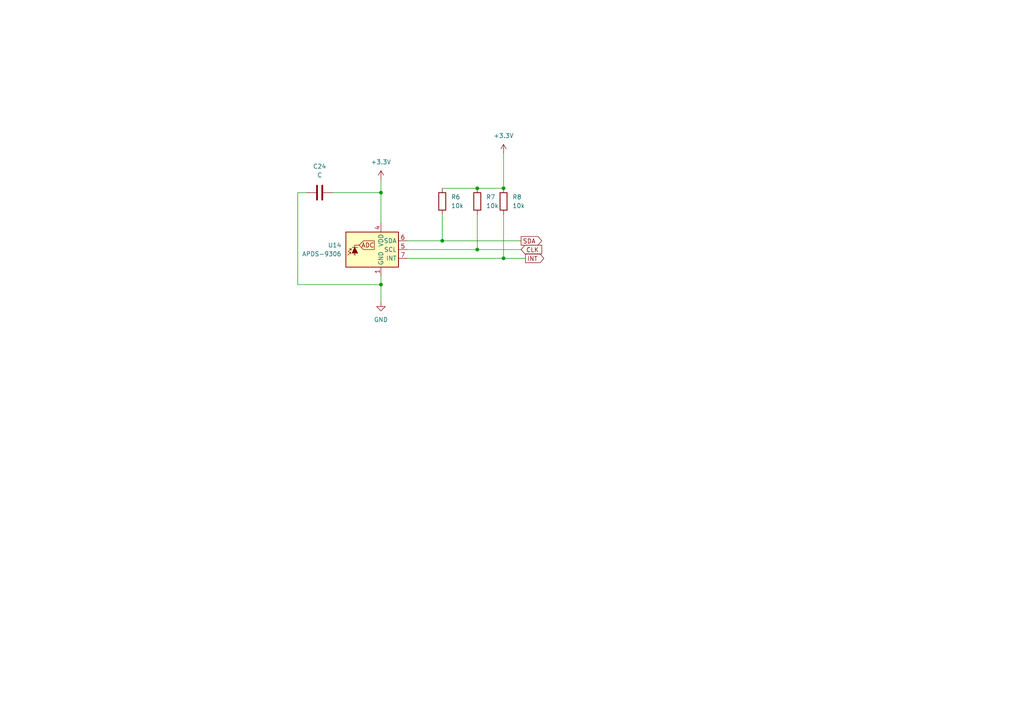
<source format=kicad_sch>
(kicad_sch (version 20230121) (generator eeschema)

  (uuid 8c468d53-33d3-4bc0-bdd3-16bdc92622dc)

  (paper "A4")

  (lib_symbols
    (symbol "Device:C" (pin_numbers hide) (pin_names (offset 0.254)) (in_bom yes) (on_board yes)
      (property "Reference" "C" (at 0.635 2.54 0)
        (effects (font (size 1.27 1.27)) (justify left))
      )
      (property "Value" "C" (at 0.635 -2.54 0)
        (effects (font (size 1.27 1.27)) (justify left))
      )
      (property "Footprint" "" (at 0.9652 -3.81 0)
        (effects (font (size 1.27 1.27)) hide)
      )
      (property "Datasheet" "~" (at 0 0 0)
        (effects (font (size 1.27 1.27)) hide)
      )
      (property "ki_keywords" "cap capacitor" (at 0 0 0)
        (effects (font (size 1.27 1.27)) hide)
      )
      (property "ki_description" "Unpolarized capacitor" (at 0 0 0)
        (effects (font (size 1.27 1.27)) hide)
      )
      (property "ki_fp_filters" "C_*" (at 0 0 0)
        (effects (font (size 1.27 1.27)) hide)
      )
      (symbol "C_0_1"
        (polyline
          (pts
            (xy -2.032 -0.762)
            (xy 2.032 -0.762)
          )
          (stroke (width 0.508) (type default))
          (fill (type none))
        )
        (polyline
          (pts
            (xy -2.032 0.762)
            (xy 2.032 0.762)
          )
          (stroke (width 0.508) (type default))
          (fill (type none))
        )
      )
      (symbol "C_1_1"
        (pin passive line (at 0 3.81 270) (length 2.794)
          (name "~" (effects (font (size 1.27 1.27))))
          (number "1" (effects (font (size 1.27 1.27))))
        )
        (pin passive line (at 0 -3.81 90) (length 2.794)
          (name "~" (effects (font (size 1.27 1.27))))
          (number "2" (effects (font (size 1.27 1.27))))
        )
      )
    )
    (symbol "Device:R" (pin_numbers hide) (pin_names (offset 0)) (in_bom yes) (on_board yes)
      (property "Reference" "R" (at 2.032 0 90)
        (effects (font (size 1.27 1.27)))
      )
      (property "Value" "R" (at 0 0 90)
        (effects (font (size 1.27 1.27)))
      )
      (property "Footprint" "" (at -1.778 0 90)
        (effects (font (size 1.27 1.27)) hide)
      )
      (property "Datasheet" "~" (at 0 0 0)
        (effects (font (size 1.27 1.27)) hide)
      )
      (property "ki_keywords" "R res resistor" (at 0 0 0)
        (effects (font (size 1.27 1.27)) hide)
      )
      (property "ki_description" "Resistor" (at 0 0 0)
        (effects (font (size 1.27 1.27)) hide)
      )
      (property "ki_fp_filters" "R_*" (at 0 0 0)
        (effects (font (size 1.27 1.27)) hide)
      )
      (symbol "R_0_1"
        (rectangle (start -1.016 -2.54) (end 1.016 2.54)
          (stroke (width 0.254) (type default))
          (fill (type none))
        )
      )
      (symbol "R_1_1"
        (pin passive line (at 0 3.81 270) (length 1.27)
          (name "~" (effects (font (size 1.27 1.27))))
          (number "1" (effects (font (size 1.27 1.27))))
        )
        (pin passive line (at 0 -3.81 90) (length 1.27)
          (name "~" (effects (font (size 1.27 1.27))))
          (number "2" (effects (font (size 1.27 1.27))))
        )
      )
    )
    (symbol "Sensor_Optical:APDS-9306" (in_bom yes) (on_board yes)
      (property "Reference" "U" (at -6.35 6.35 0)
        (effects (font (size 1.27 1.27)) (justify left))
      )
      (property "Value" "APDS-9306" (at 3.81 6.35 0)
        (effects (font (size 1.27 1.27)) (justify left))
      )
      (property "Footprint" "OptoDevice:Broadcom_LGA-8_2x2mm_P0.53mm" (at 0 -12.7 0)
        (effects (font (size 1.27 1.27)) hide)
      )
      (property "Datasheet" "https://docs.broadcom.com/docs/AV02-4755EN" (at 19.05 7.62 0)
        (effects (font (size 1.27 1.27)) hide)
      )
      (property "ki_keywords" "opto ambient light sensor" (at 0 0 0)
        (effects (font (size 1.27 1.27)) hide)
      )
      (property "ki_description" "Ambient Light Sensor, I2C interface, 1.7-3.6V, LGA-8" (at 0 0 0)
        (effects (font (size 1.27 1.27)) hide)
      )
      (property "ki_fp_filters" "Broadcom*LGA*2x2mm*P0.53mm*" (at 0 0 0)
        (effects (font (size 1.27 1.27)) hide)
      )
      (symbol "APDS-9306_0_0"
        (polyline
          (pts
            (xy -3.81 1.27)
            (xy -2.54 2.54)
            (xy 0.635 2.54)
            (xy 0.635 0)
            (xy -2.54 0)
            (xy -3.81 1.27)
          )
          (stroke (width 0) (type default))
          (fill (type none))
        )
        (text "ADC" (at -1.27 1.27 0)
          (effects (font (size 1.27 1.27)))
        )
      )
      (symbol "APDS-9306_0_1"
        (rectangle (start -7.62 5.08) (end 7.62 -5.08)
          (stroke (width 0.254) (type default))
          (fill (type background))
        )
      )
      (symbol "APDS-9306_1_0"
        (polyline
          (pts
            (xy -5.08 -1.524)
            (xy -5.08 1.27)
            (xy -3.81 1.27)
          )
          (stroke (width 0) (type default))
          (fill (type none))
        )
      )
      (symbol "APDS-9306_1_1"
        (polyline
          (pts
            (xy -6.223 -0.762)
            (xy -7.112 -1.651)
          )
          (stroke (width 0) (type default))
          (fill (type none))
        )
        (polyline
          (pts
            (xy -6.223 -0.762)
            (xy -6.731 -0.762)
          )
          (stroke (width 0) (type default))
          (fill (type none))
        )
        (polyline
          (pts
            (xy -6.223 -0.762)
            (xy -6.223 -1.27)
          )
          (stroke (width 0) (type default))
          (fill (type none))
        )
        (polyline
          (pts
            (xy -6.096 0.254)
            (xy -6.985 -0.635)
          )
          (stroke (width 0) (type default))
          (fill (type none))
        )
        (polyline
          (pts
            (xy -6.096 0.254)
            (xy -6.604 0.254)
          )
          (stroke (width 0) (type default))
          (fill (type none))
        )
        (polyline
          (pts
            (xy -6.096 0.254)
            (xy -6.096 -0.254)
          )
          (stroke (width 0) (type default))
          (fill (type none))
        )
        (polyline
          (pts
            (xy -5.842 0.635)
            (xy -4.191 0.635)
          )
          (stroke (width 0) (type default))
          (fill (type none))
        )
        (polyline
          (pts
            (xy -4.826 -1.524)
            (xy -5.334 -1.524)
          )
          (stroke (width 0) (type default))
          (fill (type none))
        )
        (polyline
          (pts
            (xy -5.842 -1.016)
            (xy -4.191 -1.016)
            (xy -5.08 0.635)
            (xy -5.842 -1.016)
          )
          (stroke (width 0) (type default))
          (fill (type outline))
        )
        (pin power_in line (at 2.54 -7.62 90) (length 2.54)
          (name "GND" (effects (font (size 1.27 1.27))))
          (number "1" (effects (font (size 1.27 1.27))))
        )
        (pin no_connect line (at -7.62 -5.08 0) (length 2.54) hide
          (name "NC" (effects (font (size 1.27 1.27))))
          (number "2" (effects (font (size 1.27 1.27))))
        )
        (pin no_connect line (at -7.62 5.08 0) (length 2.54) hide
          (name "NC" (effects (font (size 1.27 1.27))))
          (number "3" (effects (font (size 1.27 1.27))))
        )
        (pin power_in line (at 2.54 7.62 270) (length 2.54)
          (name "VDD" (effects (font (size 1.27 1.27))))
          (number "4" (effects (font (size 1.27 1.27))))
        )
        (pin input line (at 10.16 0 180) (length 2.54)
          (name "SCL" (effects (font (size 1.27 1.27))))
          (number "5" (effects (font (size 1.27 1.27))))
        )
        (pin bidirectional line (at 10.16 2.54 180) (length 2.54)
          (name "SDA" (effects (font (size 1.27 1.27))))
          (number "6" (effects (font (size 1.27 1.27))))
        )
        (pin open_collector line (at 10.16 -2.54 180) (length 2.54)
          (name "INT" (effects (font (size 1.27 1.27))))
          (number "7" (effects (font (size 1.27 1.27))))
        )
        (pin no_connect line (at -7.62 2.54 0) (length 2.54) hide
          (name "NC" (effects (font (size 1.27 1.27))))
          (number "8" (effects (font (size 1.27 1.27))))
        )
      )
    )
    (symbol "power:+3.3V" (power) (pin_names (offset 0)) (in_bom yes) (on_board yes)
      (property "Reference" "#PWR" (at 0 -3.81 0)
        (effects (font (size 1.27 1.27)) hide)
      )
      (property "Value" "+3.3V" (at 0 3.556 0)
        (effects (font (size 1.27 1.27)))
      )
      (property "Footprint" "" (at 0 0 0)
        (effects (font (size 1.27 1.27)) hide)
      )
      (property "Datasheet" "" (at 0 0 0)
        (effects (font (size 1.27 1.27)) hide)
      )
      (property "ki_keywords" "global power" (at 0 0 0)
        (effects (font (size 1.27 1.27)) hide)
      )
      (property "ki_description" "Power symbol creates a global label with name \"+3.3V\"" (at 0 0 0)
        (effects (font (size 1.27 1.27)) hide)
      )
      (symbol "+3.3V_0_1"
        (polyline
          (pts
            (xy -0.762 1.27)
            (xy 0 2.54)
          )
          (stroke (width 0) (type default))
          (fill (type none))
        )
        (polyline
          (pts
            (xy 0 0)
            (xy 0 2.54)
          )
          (stroke (width 0) (type default))
          (fill (type none))
        )
        (polyline
          (pts
            (xy 0 2.54)
            (xy 0.762 1.27)
          )
          (stroke (width 0) (type default))
          (fill (type none))
        )
      )
      (symbol "+3.3V_1_1"
        (pin power_in line (at 0 0 90) (length 0) hide
          (name "+3.3V" (effects (font (size 1.27 1.27))))
          (number "1" (effects (font (size 1.27 1.27))))
        )
      )
    )
    (symbol "power:GND" (power) (pin_names (offset 0)) (in_bom yes) (on_board yes)
      (property "Reference" "#PWR" (at 0 -6.35 0)
        (effects (font (size 1.27 1.27)) hide)
      )
      (property "Value" "GND" (at 0 -3.81 0)
        (effects (font (size 1.27 1.27)))
      )
      (property "Footprint" "" (at 0 0 0)
        (effects (font (size 1.27 1.27)) hide)
      )
      (property "Datasheet" "" (at 0 0 0)
        (effects (font (size 1.27 1.27)) hide)
      )
      (property "ki_keywords" "global power" (at 0 0 0)
        (effects (font (size 1.27 1.27)) hide)
      )
      (property "ki_description" "Power symbol creates a global label with name \"GND\" , ground" (at 0 0 0)
        (effects (font (size 1.27 1.27)) hide)
      )
      (symbol "GND_0_1"
        (polyline
          (pts
            (xy 0 0)
            (xy 0 -1.27)
            (xy 1.27 -1.27)
            (xy 0 -2.54)
            (xy -1.27 -1.27)
            (xy 0 -1.27)
          )
          (stroke (width 0) (type default))
          (fill (type none))
        )
      )
      (symbol "GND_1_1"
        (pin power_in line (at 0 0 270) (length 0) hide
          (name "GND" (effects (font (size 1.27 1.27))))
          (number "1" (effects (font (size 1.27 1.27))))
        )
      )
    )
  )

  (junction (at 138.43 54.61) (diameter 0) (color 0 0 0 0)
    (uuid 02590e9c-d1dc-4c09-8f55-94538820a009)
  )
  (junction (at 110.49 82.55) (diameter 0) (color 0 0 0 0)
    (uuid 03c61e36-e0c5-4f7d-b269-3c0d862c3c9c)
  )
  (junction (at 138.43 72.39) (diameter 0) (color 0 0 0 0)
    (uuid 0ec62e54-c2e0-42c9-a176-cd03f3bc8df2)
  )
  (junction (at 128.27 69.85) (diameter 0) (color 0 0 0 0)
    (uuid 4d5e74ca-8009-4eb1-b325-0acc030ab656)
  )
  (junction (at 146.05 74.93) (diameter 0) (color 0 0 0 0)
    (uuid ba755564-801b-4f0f-ab04-36c91b23bcfe)
  )
  (junction (at 146.05 54.61) (diameter 0) (color 0 0 0 0)
    (uuid dcba6a68-d631-4ccc-9352-af0c961f4bb8)
  )
  (junction (at 110.49 55.88) (diameter 0) (color 0 0 0 0)
    (uuid f3a74f77-6835-4dd2-bc3f-2641bc7dd0c5)
  )

  (wire (pts (xy 118.11 69.85) (xy 128.27 69.85))
    (stroke (width 0) (type default))
    (uuid 2f187a49-4b06-440c-8960-cb4e20c11813)
  )
  (wire (pts (xy 118.11 72.39) (xy 138.43 72.39))
    (stroke (width 0) (type default))
    (uuid 3161aea0-99e0-48e3-8e5c-05cb5722ce5a)
  )
  (wire (pts (xy 110.49 80.01) (xy 110.49 82.55))
    (stroke (width 0) (type default))
    (uuid 43388da1-7ce2-4505-9421-545e9acedc80)
  )
  (wire (pts (xy 118.11 74.93) (xy 146.05 74.93))
    (stroke (width 0) (type default))
    (uuid 44be857b-237e-41d8-aac5-760b91830dff)
  )
  (wire (pts (xy 96.52 55.88) (xy 110.49 55.88))
    (stroke (width 0) (type default))
    (uuid 46775849-f978-4c79-a204-95063c780b42)
  )
  (wire (pts (xy 110.49 52.07) (xy 110.49 55.88))
    (stroke (width 0) (type default))
    (uuid 494a77ba-f104-4f5f-b15d-70b53922b6a7)
  )
  (wire (pts (xy 110.49 82.55) (xy 110.49 87.63))
    (stroke (width 0) (type default))
    (uuid 5d9649df-1c38-4714-8135-30a65e9b62a5)
  )
  (wire (pts (xy 128.27 69.85) (xy 151.13 69.85))
    (stroke (width 0) (type default))
    (uuid 63d08304-e5e7-4857-b52b-731fb7001212)
  )
  (wire (pts (xy 86.36 55.88) (xy 88.9 55.88))
    (stroke (width 0) (type default))
    (uuid 68d7b3e1-ad10-46b2-887b-ed6ae4e65e7a)
  )
  (wire (pts (xy 138.43 62.23) (xy 138.43 72.39))
    (stroke (width 0) (type default))
    (uuid 763fba9f-d05a-4a5e-a014-ad016f9e113e)
  )
  (wire (pts (xy 146.05 74.93) (xy 152.4 74.93))
    (stroke (width 0) (type default))
    (uuid 954e46f6-679d-4e6b-b676-dfa9b7023a67)
  )
  (wire (pts (xy 128.27 62.23) (xy 128.27 69.85))
    (stroke (width 0) (type default))
    (uuid 962daa6b-78b1-472a-b9ec-ebb1c18d240f)
  )
  (wire (pts (xy 128.27 54.61) (xy 138.43 54.61))
    (stroke (width 0) (type default))
    (uuid a28cffb4-cf52-45fa-afe4-d3952ba49a86)
  )
  (wire (pts (xy 86.36 55.88) (xy 86.36 82.55))
    (stroke (width 0) (type default))
    (uuid a545bf1e-9110-4687-b320-5806f9e4e39b)
  )
  (wire (pts (xy 138.43 72.39) (xy 151.13 72.39))
    (stroke (width 0) (type default))
    (uuid c3b0203b-164b-4f46-863d-0ab2a308320f)
  )
  (wire (pts (xy 146.05 62.23) (xy 146.05 74.93))
    (stroke (width 0) (type default))
    (uuid c61fd9ba-e45c-4f76-a9a0-2e0d91ee88a4)
  )
  (wire (pts (xy 110.49 55.88) (xy 110.49 64.77))
    (stroke (width 0) (type default))
    (uuid d3903fea-fd07-47da-981e-bebb239a09a3)
  )
  (wire (pts (xy 138.43 54.61) (xy 146.05 54.61))
    (stroke (width 0) (type default))
    (uuid e8a73ff7-1454-4d8e-8125-066126908932)
  )
  (wire (pts (xy 110.49 82.55) (xy 86.36 82.55))
    (stroke (width 0) (type default))
    (uuid ebb4b37b-ae31-43ca-bf50-c4e9822c11de)
  )
  (wire (pts (xy 146.05 44.45) (xy 146.05 54.61))
    (stroke (width 0) (type default))
    (uuid ebbc73cf-d003-4a16-b7cb-95e3f7f51510)
  )

  (global_label "INT" (shape output) (at 152.4 74.93 0) (fields_autoplaced)
    (effects (font (size 1.27 1.27)) (justify left))
    (uuid 4b8921d0-b5db-4817-9e5e-f98a7202ec04)
    (property "Intersheetrefs" "${INTERSHEET_REFS}" (at 158.2881 74.93 0)
      (effects (font (size 1.27 1.27)) (justify left) hide)
    )
  )
  (global_label "SDA" (shape output) (at 151.13 69.85 0) (fields_autoplaced)
    (effects (font (size 1.27 1.27)) (justify left))
    (uuid b4003bda-c734-4f7c-b6e9-34d080cd9f68)
    (property "Intersheetrefs" "${INTERSHEET_REFS}" (at 157.6833 69.85 0)
      (effects (font (size 1.27 1.27)) (justify left) hide)
    )
  )
  (global_label "CLK" (shape input) (at 151.13 72.39 0) (fields_autoplaced)
    (effects (font (size 1.27 1.27)) (justify left))
    (uuid ff581194-5da8-4819-9d08-4bcc92e58642)
    (property "Intersheetrefs" "${INTERSHEET_REFS}" (at 157.6833 72.39 0)
      (effects (font (size 1.27 1.27)) (justify left) hide)
    )
  )

  (symbol (lib_id "Device:C") (at 92.71 55.88 90) (unit 1)
    (in_bom yes) (on_board yes) (dnp no) (fields_autoplaced)
    (uuid 0777a1e5-d1fa-49c8-9721-a49ad5fbc9e1)
    (property "Reference" "C24" (at 92.71 48.26 90)
      (effects (font (size 1.27 1.27)))
    )
    (property "Value" "C" (at 92.71 50.8 90)
      (effects (font (size 1.27 1.27)))
    )
    (property "Footprint" "" (at 96.52 54.9148 0)
      (effects (font (size 1.27 1.27)) hide)
    )
    (property "Datasheet" "~" (at 92.71 55.88 0)
      (effects (font (size 1.27 1.27)) hide)
    )
    (pin "2" (uuid 60822106-b8ef-484f-9838-b67014d2e2e3))
    (pin "1" (uuid 9dee6db4-76dd-4a74-afef-9d6fb235c789))
    (instances
      (project "circuit-design-project"
        (path "/5edc11a2-8836-4620-96d3-084a4c3d792c/b96c5cd8-19a1-4acf-a384-fa094dff6bd1"
          (reference "C24") (unit 1)
        )
      )
    )
  )

  (symbol (lib_id "power:+3.3V") (at 110.49 52.07 0) (unit 1)
    (in_bom yes) (on_board yes) (dnp no) (fields_autoplaced)
    (uuid 646dc948-2181-4b72-a401-cdc7e0194c70)
    (property "Reference" "#PWR057" (at 110.49 55.88 0)
      (effects (font (size 1.27 1.27)) hide)
    )
    (property "Value" "+3.3V" (at 110.49 46.99 0)
      (effects (font (size 1.27 1.27)))
    )
    (property "Footprint" "" (at 110.49 52.07 0)
      (effects (font (size 1.27 1.27)) hide)
    )
    (property "Datasheet" "" (at 110.49 52.07 0)
      (effects (font (size 1.27 1.27)) hide)
    )
    (pin "1" (uuid 43a296a7-9fc5-4782-a91c-ba96b005c1fa))
    (instances
      (project "circuit-design-project"
        (path "/5edc11a2-8836-4620-96d3-084a4c3d792c/b7d01e90-2a10-446a-806b-ec4e10b7deac"
          (reference "#PWR057") (unit 1)
        )
        (path "/5edc11a2-8836-4620-96d3-084a4c3d792c/b96c5cd8-19a1-4acf-a384-fa094dff6bd1"
          (reference "#PWR058") (unit 1)
        )
      )
    )
  )

  (symbol (lib_id "Device:R") (at 128.27 58.42 0) (unit 1)
    (in_bom yes) (on_board yes) (dnp no) (fields_autoplaced)
    (uuid 663a62f1-a3ac-4b9e-adc9-4a6b583fad7e)
    (property "Reference" "R6" (at 130.81 57.15 0)
      (effects (font (size 1.27 1.27)) (justify left))
    )
    (property "Value" "10k" (at 130.81 59.69 0)
      (effects (font (size 1.27 1.27)) (justify left))
    )
    (property "Footprint" "" (at 126.492 58.42 90)
      (effects (font (size 1.27 1.27)) hide)
    )
    (property "Datasheet" "~" (at 128.27 58.42 0)
      (effects (font (size 1.27 1.27)) hide)
    )
    (pin "2" (uuid 513fa8b3-c65e-411a-82fa-90c99ff06432))
    (pin "1" (uuid 6330d211-b935-4d2e-99b4-d59bd08937f5))
    (instances
      (project "circuit-design-project"
        (path "/5edc11a2-8836-4620-96d3-084a4c3d792c/b96c5cd8-19a1-4acf-a384-fa094dff6bd1"
          (reference "R6") (unit 1)
        )
      )
    )
  )

  (symbol (lib_id "Sensor_Optical:APDS-9306") (at 107.95 72.39 0) (unit 1)
    (in_bom yes) (on_board yes) (dnp no) (fields_autoplaced)
    (uuid 84c5151a-c1e3-41cd-a31a-747ccef07714)
    (property "Reference" "U14" (at 99.06 71.12 0)
      (effects (font (size 1.27 1.27)) (justify right))
    )
    (property "Value" "APDS-9306" (at 99.06 73.66 0)
      (effects (font (size 1.27 1.27)) (justify right))
    )
    (property "Footprint" "OptoDevice:Broadcom_LGA-8_2x2mm_P0.53mm" (at 107.95 85.09 0)
      (effects (font (size 1.27 1.27)) hide)
    )
    (property "Datasheet" "https://docs.broadcom.com/docs/AV02-4755EN" (at 127 64.77 0)
      (effects (font (size 1.27 1.27)) hide)
    )
    (pin "6" (uuid 2ccecec3-7c2a-4d26-a5dc-ceee568d4092))
    (pin "8" (uuid f9f8796e-1f62-4ba9-8480-4e13fdc53340))
    (pin "5" (uuid b2d3aff1-b32a-45b5-a2e8-3be4191eedb9))
    (pin "2" (uuid 52dc64f4-2aca-4b2a-b142-d3f743963f21))
    (pin "3" (uuid 070cdde4-6d67-44c7-90ca-4eab2d3167d5))
    (pin "1" (uuid c702df9b-ffdf-4fcc-ad2a-a97f38ee9c0b))
    (pin "4" (uuid dcc4368d-894d-4d23-91ea-616a98ace4fc))
    (pin "7" (uuid 3fab0df4-100c-4965-b1ca-e209fdfb9a62))
    (instances
      (project "circuit-design-project"
        (path "/5edc11a2-8836-4620-96d3-084a4c3d792c/b96c5cd8-19a1-4acf-a384-fa094dff6bd1"
          (reference "U14") (unit 1)
        )
      )
    )
  )

  (symbol (lib_id "Device:R") (at 146.05 58.42 0) (unit 1)
    (in_bom yes) (on_board yes) (dnp no) (fields_autoplaced)
    (uuid 94c056f4-5645-4dca-90d1-2f96481c82f2)
    (property "Reference" "R8" (at 148.59 57.15 0)
      (effects (font (size 1.27 1.27)) (justify left))
    )
    (property "Value" "10k" (at 148.59 59.69 0)
      (effects (font (size 1.27 1.27)) (justify left))
    )
    (property "Footprint" "" (at 144.272 58.42 90)
      (effects (font (size 1.27 1.27)) hide)
    )
    (property "Datasheet" "~" (at 146.05 58.42 0)
      (effects (font (size 1.27 1.27)) hide)
    )
    (pin "2" (uuid f4ec3520-1e0e-4cee-a89b-8990bc8fbc8e))
    (pin "1" (uuid 1d4da6cd-469d-4092-8bc8-e91061ad6812))
    (instances
      (project "circuit-design-project"
        (path "/5edc11a2-8836-4620-96d3-084a4c3d792c/b96c5cd8-19a1-4acf-a384-fa094dff6bd1"
          (reference "R8") (unit 1)
        )
      )
    )
  )

  (symbol (lib_id "power:+3.3V") (at 146.05 44.45 0) (unit 1)
    (in_bom yes) (on_board yes) (dnp no) (fields_autoplaced)
    (uuid 9d002870-2dd0-4166-abfe-8c90da9e221f)
    (property "Reference" "#PWR057" (at 146.05 48.26 0)
      (effects (font (size 1.27 1.27)) hide)
    )
    (property "Value" "+3.3V" (at 146.05 39.37 0)
      (effects (font (size 1.27 1.27)))
    )
    (property "Footprint" "" (at 146.05 44.45 0)
      (effects (font (size 1.27 1.27)) hide)
    )
    (property "Datasheet" "" (at 146.05 44.45 0)
      (effects (font (size 1.27 1.27)) hide)
    )
    (pin "1" (uuid 22f04530-2858-4061-b653-ef3b8da3f53d))
    (instances
      (project "circuit-design-project"
        (path "/5edc11a2-8836-4620-96d3-084a4c3d792c/b7d01e90-2a10-446a-806b-ec4e10b7deac"
          (reference "#PWR057") (unit 1)
        )
        (path "/5edc11a2-8836-4620-96d3-084a4c3d792c/b96c5cd8-19a1-4acf-a384-fa094dff6bd1"
          (reference "#PWR065") (unit 1)
        )
      )
    )
  )

  (symbol (lib_id "Device:R") (at 138.43 58.42 0) (unit 1)
    (in_bom yes) (on_board yes) (dnp no) (fields_autoplaced)
    (uuid c73d0bf6-099c-4ae8-b9c4-70c79f376f22)
    (property "Reference" "R7" (at 140.97 57.15 0)
      (effects (font (size 1.27 1.27)) (justify left))
    )
    (property "Value" "10k" (at 140.97 59.69 0)
      (effects (font (size 1.27 1.27)) (justify left))
    )
    (property "Footprint" "" (at 136.652 58.42 90)
      (effects (font (size 1.27 1.27)) hide)
    )
    (property "Datasheet" "~" (at 138.43 58.42 0)
      (effects (font (size 1.27 1.27)) hide)
    )
    (pin "1" (uuid f122d16b-536e-487e-a5d0-4b80c252b5f1))
    (pin "2" (uuid f206c82d-5703-40b3-827e-66763515af52))
    (instances
      (project "circuit-design-project"
        (path "/5edc11a2-8836-4620-96d3-084a4c3d792c/b96c5cd8-19a1-4acf-a384-fa094dff6bd1"
          (reference "R7") (unit 1)
        )
      )
    )
  )

  (symbol (lib_id "power:GND") (at 110.49 87.63 0) (unit 1)
    (in_bom yes) (on_board yes) (dnp no) (fields_autoplaced)
    (uuid f1d05bc5-e304-4f19-bbb7-0cba36e2b4c4)
    (property "Reference" "#PWR038" (at 110.49 93.98 0)
      (effects (font (size 1.27 1.27)) hide)
    )
    (property "Value" "GND" (at 110.49 92.71 0)
      (effects (font (size 1.27 1.27)))
    )
    (property "Footprint" "" (at 110.49 87.63 0)
      (effects (font (size 1.27 1.27)) hide)
    )
    (property "Datasheet" "" (at 110.49 87.63 0)
      (effects (font (size 1.27 1.27)) hide)
    )
    (pin "1" (uuid fabc2832-fd57-48e8-863e-97681f6aedd4))
    (instances
      (project "circuit-design-project"
        (path "/5edc11a2-8836-4620-96d3-084a4c3d792c/b96c5cd8-19a1-4acf-a384-fa094dff6bd1"
          (reference "#PWR038") (unit 1)
        )
      )
    )
  )
)

</source>
